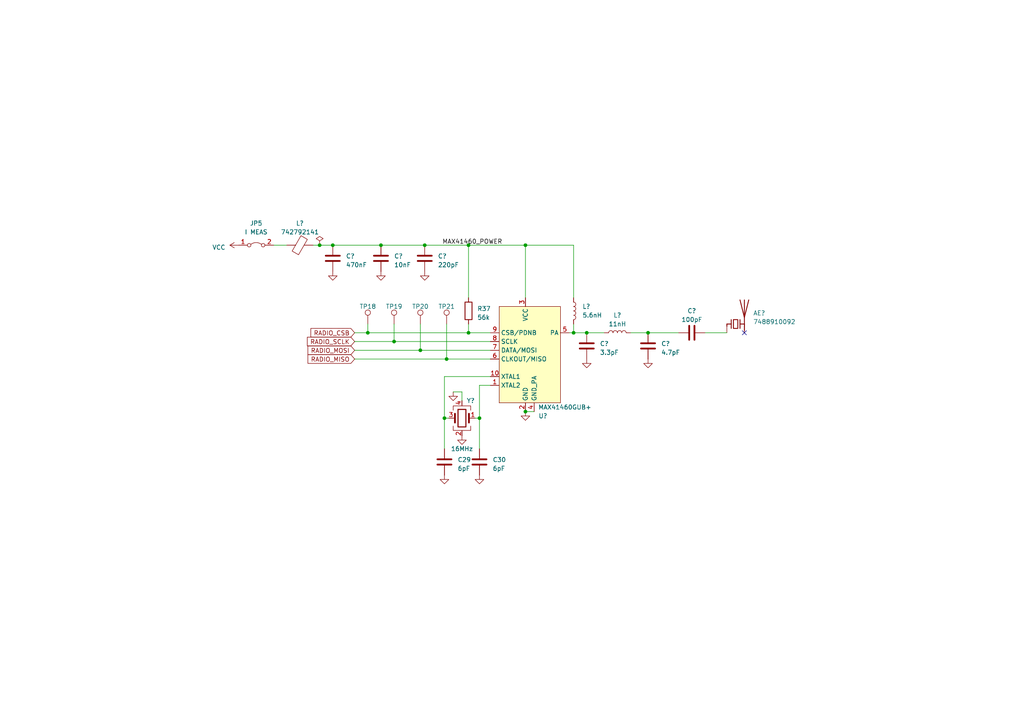
<source format=kicad_sch>
(kicad_sch (version 20230121) (generator eeschema)

  (uuid 8f0dddd8-7521-4ccf-a107-9899fc2a1e15)

  (paper "A4")

  (lib_symbols
    (symbol "Connector:TestPoint" (pin_numbers hide) (pin_names (offset 0.762) hide) (in_bom yes) (on_board yes)
      (property "Reference" "TP" (at 0 6.858 0)
        (effects (font (size 1.27 1.27)))
      )
      (property "Value" "TestPoint" (at 0 5.08 0)
        (effects (font (size 1.27 1.27)))
      )
      (property "Footprint" "" (at 5.08 0 0)
        (effects (font (size 1.27 1.27)) hide)
      )
      (property "Datasheet" "~" (at 5.08 0 0)
        (effects (font (size 1.27 1.27)) hide)
      )
      (property "ki_keywords" "test point tp" (at 0 0 0)
        (effects (font (size 1.27 1.27)) hide)
      )
      (property "ki_description" "test point" (at 0 0 0)
        (effects (font (size 1.27 1.27)) hide)
      )
      (property "ki_fp_filters" "Pin* Test*" (at 0 0 0)
        (effects (font (size 1.27 1.27)) hide)
      )
      (symbol "TestPoint_0_1"
        (circle (center 0 3.302) (radius 0.762)
          (stroke (width 0) (type default))
          (fill (type none))
        )
      )
      (symbol "TestPoint_1_1"
        (pin passive line (at 0 0 90) (length 2.54)
          (name "1" (effects (font (size 1.27 1.27))))
          (number "1" (effects (font (size 1.27 1.27))))
        )
      )
    )
    (symbol "Device:Antenna_Chip" (pin_numbers hide) (pin_names (offset 1.016) hide) (in_bom yes) (on_board yes)
      (property "Reference" "AE" (at 0 5.08 0)
        (effects (font (size 1.27 1.27)) (justify right))
      )
      (property "Value" "Antenna_Chip" (at 0 3.175 0)
        (effects (font (size 1.27 1.27)) (justify right))
      )
      (property "Footprint" "" (at -2.54 4.445 0)
        (effects (font (size 1.27 1.27)) hide)
      )
      (property "Datasheet" "~" (at -2.54 4.445 0)
        (effects (font (size 1.27 1.27)) hide)
      )
      (property "ki_keywords" "antenna" (at 0 0 0)
        (effects (font (size 1.27 1.27)) hide)
      )
      (property "ki_description" "Ceramic chip antenna with pin for PCB trace" (at 0 0 0)
        (effects (font (size 1.27 1.27)) hide)
      )
      (symbol "Antenna_Chip_0_1"
        (polyline
          (pts
            (xy -2.54 0)
            (xy -2.54 -0.635)
          )
          (stroke (width 0.254) (type default))
          (fill (type none))
        )
        (polyline
          (pts
            (xy -2.54 0)
            (xy -1.27 0)
          )
          (stroke (width 0.254) (type default))
          (fill (type none))
        )
        (polyline
          (pts
            (xy 1.27 0)
            (xy 2.54 0)
          )
          (stroke (width 0.254) (type default))
          (fill (type none))
        )
        (polyline
          (pts
            (xy 1.27 1.27)
            (xy 1.27 -1.27)
          )
          (stroke (width 0.254) (type default))
          (fill (type none))
        )
        (polyline
          (pts
            (xy 2.54 -0.635)
            (xy 2.54 0)
          )
          (stroke (width 0) (type default))
          (fill (type none))
        )
        (polyline
          (pts
            (xy 2.54 6.985)
            (xy 2.54 -1.905)
          )
          (stroke (width 0.254) (type default))
          (fill (type none))
        )
        (polyline
          (pts
            (xy -1.27 1.27)
            (xy -1.27 -1.27)
            (xy -1.27 0)
          )
          (stroke (width 0.254) (type default))
          (fill (type none))
        )
        (polyline
          (pts
            (xy 3.81 6.985)
            (xy 2.54 1.905)
            (xy 1.27 6.985)
          )
          (stroke (width 0.254) (type default))
          (fill (type none))
        )
        (polyline
          (pts
            (xy -0.635 1.27)
            (xy 0.635 1.27)
            (xy 0.635 -1.27)
            (xy -0.635 -1.27)
            (xy -0.635 1.27)
          )
          (stroke (width 0.254) (type default))
          (fill (type none))
        )
      )
      (symbol "Antenna_Chip_1_1"
        (pin input line (at -2.54 -2.54 90) (length 2.54)
          (name "FEED" (effects (font (size 1.27 1.27))))
          (number "1" (effects (font (size 1.27 1.27))))
        )
        (pin passive line (at 2.54 -2.54 90) (length 2.54)
          (name "PCB_Trace" (effects (font (size 1.27 1.27))))
          (number "2" (effects (font (size 1.27 1.27))))
        )
      )
    )
    (symbol "Device:C" (pin_numbers hide) (pin_names (offset 0.254)) (in_bom yes) (on_board yes)
      (property "Reference" "C" (at 0.635 2.54 0)
        (effects (font (size 1.27 1.27)) (justify left))
      )
      (property "Value" "C" (at 0.635 -2.54 0)
        (effects (font (size 1.27 1.27)) (justify left))
      )
      (property "Footprint" "" (at 0.9652 -3.81 0)
        (effects (font (size 1.27 1.27)) hide)
      )
      (property "Datasheet" "~" (at 0 0 0)
        (effects (font (size 1.27 1.27)) hide)
      )
      (property "ki_keywords" "cap capacitor" (at 0 0 0)
        (effects (font (size 1.27 1.27)) hide)
      )
      (property "ki_description" "Unpolarized capacitor" (at 0 0 0)
        (effects (font (size 1.27 1.27)) hide)
      )
      (property "ki_fp_filters" "C_*" (at 0 0 0)
        (effects (font (size 1.27 1.27)) hide)
      )
      (symbol "C_0_1"
        (polyline
          (pts
            (xy -2.032 -0.762)
            (xy 2.032 -0.762)
          )
          (stroke (width 0.508) (type default))
          (fill (type none))
        )
        (polyline
          (pts
            (xy -2.032 0.762)
            (xy 2.032 0.762)
          )
          (stroke (width 0.508) (type default))
          (fill (type none))
        )
      )
      (symbol "C_1_1"
        (pin passive line (at 0 3.81 270) (length 2.794)
          (name "~" (effects (font (size 1.27 1.27))))
          (number "1" (effects (font (size 1.27 1.27))))
        )
        (pin passive line (at 0 -3.81 90) (length 2.794)
          (name "~" (effects (font (size 1.27 1.27))))
          (number "2" (effects (font (size 1.27 1.27))))
        )
      )
    )
    (symbol "Device:Crystal_GND24" (pin_names (offset 1.016) hide) (in_bom yes) (on_board yes)
      (property "Reference" "Y" (at 3.175 5.08 0)
        (effects (font (size 1.27 1.27)) (justify left))
      )
      (property "Value" "Crystal_GND24" (at 3.175 3.175 0)
        (effects (font (size 1.27 1.27)) (justify left))
      )
      (property "Footprint" "" (at 0 0 0)
        (effects (font (size 1.27 1.27)) hide)
      )
      (property "Datasheet" "~" (at 0 0 0)
        (effects (font (size 1.27 1.27)) hide)
      )
      (property "ki_keywords" "quartz ceramic resonator oscillator" (at 0 0 0)
        (effects (font (size 1.27 1.27)) hide)
      )
      (property "ki_description" "Four pin crystal, GND on pins 2 and 4" (at 0 0 0)
        (effects (font (size 1.27 1.27)) hide)
      )
      (property "ki_fp_filters" "Crystal*" (at 0 0 0)
        (effects (font (size 1.27 1.27)) hide)
      )
      (symbol "Crystal_GND24_0_1"
        (rectangle (start -1.143 2.54) (end 1.143 -2.54)
          (stroke (width 0.3048) (type default))
          (fill (type none))
        )
        (polyline
          (pts
            (xy -2.54 0)
            (xy -2.032 0)
          )
          (stroke (width 0) (type default))
          (fill (type none))
        )
        (polyline
          (pts
            (xy -2.032 -1.27)
            (xy -2.032 1.27)
          )
          (stroke (width 0.508) (type default))
          (fill (type none))
        )
        (polyline
          (pts
            (xy 0 -3.81)
            (xy 0 -3.556)
          )
          (stroke (width 0) (type default))
          (fill (type none))
        )
        (polyline
          (pts
            (xy 0 3.556)
            (xy 0 3.81)
          )
          (stroke (width 0) (type default))
          (fill (type none))
        )
        (polyline
          (pts
            (xy 2.032 -1.27)
            (xy 2.032 1.27)
          )
          (stroke (width 0.508) (type default))
          (fill (type none))
        )
        (polyline
          (pts
            (xy 2.032 0)
            (xy 2.54 0)
          )
          (stroke (width 0) (type default))
          (fill (type none))
        )
        (polyline
          (pts
            (xy -2.54 -2.286)
            (xy -2.54 -3.556)
            (xy 2.54 -3.556)
            (xy 2.54 -2.286)
          )
          (stroke (width 0) (type default))
          (fill (type none))
        )
        (polyline
          (pts
            (xy -2.54 2.286)
            (xy -2.54 3.556)
            (xy 2.54 3.556)
            (xy 2.54 2.286)
          )
          (stroke (width 0) (type default))
          (fill (type none))
        )
      )
      (symbol "Crystal_GND24_1_1"
        (pin passive line (at -3.81 0 0) (length 1.27)
          (name "1" (effects (font (size 1.27 1.27))))
          (number "1" (effects (font (size 1.27 1.27))))
        )
        (pin passive line (at 0 5.08 270) (length 1.27)
          (name "2" (effects (font (size 1.27 1.27))))
          (number "2" (effects (font (size 1.27 1.27))))
        )
        (pin passive line (at 3.81 0 180) (length 1.27)
          (name "3" (effects (font (size 1.27 1.27))))
          (number "3" (effects (font (size 1.27 1.27))))
        )
        (pin passive line (at 0 -5.08 90) (length 1.27)
          (name "4" (effects (font (size 1.27 1.27))))
          (number "4" (effects (font (size 1.27 1.27))))
        )
      )
    )
    (symbol "Device:FerriteBead" (pin_numbers hide) (pin_names (offset 0)) (in_bom yes) (on_board yes)
      (property "Reference" "FB" (at -3.81 0.635 90)
        (effects (font (size 1.27 1.27)))
      )
      (property "Value" "FerriteBead" (at 3.81 0 90)
        (effects (font (size 1.27 1.27)))
      )
      (property "Footprint" "" (at -1.778 0 90)
        (effects (font (size 1.27 1.27)) hide)
      )
      (property "Datasheet" "~" (at 0 0 0)
        (effects (font (size 1.27 1.27)) hide)
      )
      (property "ki_keywords" "L ferrite bead inductor filter" (at 0 0 0)
        (effects (font (size 1.27 1.27)) hide)
      )
      (property "ki_description" "Ferrite bead" (at 0 0 0)
        (effects (font (size 1.27 1.27)) hide)
      )
      (property "ki_fp_filters" "Inductor_* L_* *Ferrite*" (at 0 0 0)
        (effects (font (size 1.27 1.27)) hide)
      )
      (symbol "FerriteBead_0_1"
        (polyline
          (pts
            (xy 0 -1.27)
            (xy 0 -1.2192)
          )
          (stroke (width 0) (type default))
          (fill (type none))
        )
        (polyline
          (pts
            (xy 0 1.27)
            (xy 0 1.2954)
          )
          (stroke (width 0) (type default))
          (fill (type none))
        )
        (polyline
          (pts
            (xy -2.7686 0.4064)
            (xy -1.7018 2.2606)
            (xy 2.7686 -0.3048)
            (xy 1.6764 -2.159)
            (xy -2.7686 0.4064)
          )
          (stroke (width 0) (type default))
          (fill (type none))
        )
      )
      (symbol "FerriteBead_1_1"
        (pin passive line (at 0 3.81 270) (length 2.54)
          (name "~" (effects (font (size 1.27 1.27))))
          (number "1" (effects (font (size 1.27 1.27))))
        )
        (pin passive line (at 0 -3.81 90) (length 2.54)
          (name "~" (effects (font (size 1.27 1.27))))
          (number "2" (effects (font (size 1.27 1.27))))
        )
      )
    )
    (symbol "Device:L" (pin_numbers hide) (pin_names (offset 1.016) hide) (in_bom yes) (on_board yes)
      (property "Reference" "L" (at -1.27 0 90)
        (effects (font (size 1.27 1.27)))
      )
      (property "Value" "L" (at 1.905 0 90)
        (effects (font (size 1.27 1.27)))
      )
      (property "Footprint" "" (at 0 0 0)
        (effects (font (size 1.27 1.27)) hide)
      )
      (property "Datasheet" "~" (at 0 0 0)
        (effects (font (size 1.27 1.27)) hide)
      )
      (property "ki_keywords" "inductor choke coil reactor magnetic" (at 0 0 0)
        (effects (font (size 1.27 1.27)) hide)
      )
      (property "ki_description" "Inductor" (at 0 0 0)
        (effects (font (size 1.27 1.27)) hide)
      )
      (property "ki_fp_filters" "Choke_* *Coil* Inductor_* L_*" (at 0 0 0)
        (effects (font (size 1.27 1.27)) hide)
      )
      (symbol "L_0_1"
        (arc (start 0 -2.54) (mid 0.6323 -1.905) (end 0 -1.27)
          (stroke (width 0) (type default))
          (fill (type none))
        )
        (arc (start 0 -1.27) (mid 0.6323 -0.635) (end 0 0)
          (stroke (width 0) (type default))
          (fill (type none))
        )
        (arc (start 0 0) (mid 0.6323 0.635) (end 0 1.27)
          (stroke (width 0) (type default))
          (fill (type none))
        )
        (arc (start 0 1.27) (mid 0.6323 1.905) (end 0 2.54)
          (stroke (width 0) (type default))
          (fill (type none))
        )
      )
      (symbol "L_1_1"
        (pin passive line (at 0 3.81 270) (length 1.27)
          (name "1" (effects (font (size 1.27 1.27))))
          (number "1" (effects (font (size 1.27 1.27))))
        )
        (pin passive line (at 0 -3.81 90) (length 1.27)
          (name "2" (effects (font (size 1.27 1.27))))
          (number "2" (effects (font (size 1.27 1.27))))
        )
      )
    )
    (symbol "Device:R" (pin_numbers hide) (pin_names (offset 0)) (in_bom yes) (on_board yes)
      (property "Reference" "R" (at 2.032 0 90)
        (effects (font (size 1.27 1.27)))
      )
      (property "Value" "R" (at 0 0 90)
        (effects (font (size 1.27 1.27)))
      )
      (property "Footprint" "" (at -1.778 0 90)
        (effects (font (size 1.27 1.27)) hide)
      )
      (property "Datasheet" "~" (at 0 0 0)
        (effects (font (size 1.27 1.27)) hide)
      )
      (property "ki_keywords" "R res resistor" (at 0 0 0)
        (effects (font (size 1.27 1.27)) hide)
      )
      (property "ki_description" "Resistor" (at 0 0 0)
        (effects (font (size 1.27 1.27)) hide)
      )
      (property "ki_fp_filters" "R_*" (at 0 0 0)
        (effects (font (size 1.27 1.27)) hide)
      )
      (symbol "R_0_1"
        (rectangle (start -1.016 -2.54) (end 1.016 2.54)
          (stroke (width 0.254) (type default))
          (fill (type none))
        )
      )
      (symbol "R_1_1"
        (pin passive line (at 0 3.81 270) (length 1.27)
          (name "~" (effects (font (size 1.27 1.27))))
          (number "1" (effects (font (size 1.27 1.27))))
        )
        (pin passive line (at 0 -3.81 90) (length 1.27)
          (name "~" (effects (font (size 1.27 1.27))))
          (number "2" (effects (font (size 1.27 1.27))))
        )
      )
    )
    (symbol "Jumper:Jumper_2_Bridged" (pin_names (offset 0) hide) (in_bom yes) (on_board yes)
      (property "Reference" "JP" (at 0 1.905 0)
        (effects (font (size 1.27 1.27)))
      )
      (property "Value" "Jumper_2_Bridged" (at 0 -2.54 0)
        (effects (font (size 1.27 1.27)))
      )
      (property "Footprint" "" (at 0 0 0)
        (effects (font (size 1.27 1.27)) hide)
      )
      (property "Datasheet" "~" (at 0 0 0)
        (effects (font (size 1.27 1.27)) hide)
      )
      (property "ki_keywords" "Jumper SPST" (at 0 0 0)
        (effects (font (size 1.27 1.27)) hide)
      )
      (property "ki_description" "Jumper, 2-pole, closed/bridged" (at 0 0 0)
        (effects (font (size 1.27 1.27)) hide)
      )
      (property "ki_fp_filters" "Jumper* TestPoint*2Pads* TestPoint*Bridge*" (at 0 0 0)
        (effects (font (size 1.27 1.27)) hide)
      )
      (symbol "Jumper_2_Bridged_0_0"
        (circle (center -2.032 0) (radius 0.508)
          (stroke (width 0) (type default))
          (fill (type none))
        )
        (circle (center 2.032 0) (radius 0.508)
          (stroke (width 0) (type default))
          (fill (type none))
        )
      )
      (symbol "Jumper_2_Bridged_0_1"
        (arc (start 1.524 0.254) (mid 0 0.762) (end -1.524 0.254)
          (stroke (width 0) (type default))
          (fill (type none))
        )
      )
      (symbol "Jumper_2_Bridged_1_1"
        (pin passive line (at -5.08 0 0) (length 2.54)
          (name "A" (effects (font (size 1.27 1.27))))
          (number "1" (effects (font (size 1.27 1.27))))
        )
        (pin passive line (at 5.08 0 180) (length 2.54)
          (name "B" (effects (font (size 1.27 1.27))))
          (number "2" (effects (font (size 1.27 1.27))))
        )
      )
    )
    (symbol "MAX41460:MAX41460" (in_bom yes) (on_board yes)
      (property "Reference" "U" (at 0 0 0)
        (effects (font (size 1.27 1.27)))
      )
      (property "Value" "MAX41460" (at 0 0 0)
        (effects (font (size 1.27 1.27)))
      )
      (property "Footprint" "" (at 0 0 0)
        (effects (font (size 1.27 1.27)) hide)
      )
      (property "Datasheet" "" (at 0 0 0)
        (effects (font (size 1.27 1.27)) hide)
      )
      (symbol "MAX41460_0_1"
        (rectangle (start -15.24 58.42) (end 2.54 30.48)
          (stroke (width 0) (type default))
          (fill (type background))
        )
      )
      (symbol "MAX41460_1_0"
        (pin bidirectional line (at -17.78 35.56 0) (length 2.54)
          (name "XTAL2" (effects (font (size 1.27 1.27))))
          (number "1" (effects (font (size 1.27 1.27))))
        )
        (pin bidirectional line (at -17.78 38.1 0) (length 2.54)
          (name "XTAL1" (effects (font (size 1.27 1.27))))
          (number "10" (effects (font (size 1.27 1.27))))
        )
        (pin power_in line (at -7.62 27.94 90) (length 2.54)
          (name "GND" (effects (font (size 1.27 1.27))))
          (number "2" (effects (font (size 1.27 1.27))))
        )
        (pin power_in line (at -7.62 60.96 270) (length 2.54)
          (name "VCC" (effects (font (size 1.27 1.27))))
          (number "3" (effects (font (size 1.27 1.27))))
        )
        (pin power_in line (at -5.08 27.94 90) (length 2.54)
          (name "GND_PA" (effects (font (size 1.27 1.27))))
          (number "4" (effects (font (size 1.27 1.27))))
        )
        (pin bidirectional line (at 5.08 50.8 180) (length 2.54)
          (name "PA" (effects (font (size 1.27 1.27))))
          (number "5" (effects (font (size 1.27 1.27))))
        )
        (pin bidirectional line (at -17.78 43.18 0) (length 2.54)
          (name "CLKOUT/MISO" (effects (font (size 1.27 1.27))))
          (number "6" (effects (font (size 1.27 1.27))))
        )
        (pin bidirectional line (at -17.78 45.72 0) (length 2.54)
          (name "DATA/MOSI" (effects (font (size 1.27 1.27))))
          (number "7" (effects (font (size 1.27 1.27))))
        )
        (pin bidirectional line (at -17.78 48.26 0) (length 2.54)
          (name "SCLK" (effects (font (size 1.27 1.27))))
          (number "8" (effects (font (size 1.27 1.27))))
        )
        (pin bidirectional line (at -17.78 50.8 0) (length 2.54)
          (name "CSB/PDNB" (effects (font (size 1.27 1.27))))
          (number "9" (effects (font (size 1.27 1.27))))
        )
      )
    )
    (symbol "power:GND" (power) (pin_names (offset 0)) (in_bom yes) (on_board yes)
      (property "Reference" "#PWR" (at 0 -6.35 0)
        (effects (font (size 1.27 1.27)) hide)
      )
      (property "Value" "GND" (at 0 -3.81 0)
        (effects (font (size 1.27 1.27)))
      )
      (property "Footprint" "" (at 0 0 0)
        (effects (font (size 1.27 1.27)) hide)
      )
      (property "Datasheet" "" (at 0 0 0)
        (effects (font (size 1.27 1.27)) hide)
      )
      (property "ki_keywords" "global power" (at 0 0 0)
        (effects (font (size 1.27 1.27)) hide)
      )
      (property "ki_description" "Power symbol creates a global label with name \"GND\" , ground" (at 0 0 0)
        (effects (font (size 1.27 1.27)) hide)
      )
      (symbol "GND_0_1"
        (polyline
          (pts
            (xy 0 0)
            (xy 0 -1.27)
            (xy 1.27 -1.27)
            (xy 0 -2.54)
            (xy -1.27 -1.27)
            (xy 0 -1.27)
          )
          (stroke (width 0) (type default))
          (fill (type none))
        )
      )
      (symbol "GND_1_1"
        (pin power_in line (at 0 0 270) (length 0) hide
          (name "GND" (effects (font (size 1.27 1.27))))
          (number "1" (effects (font (size 1.27 1.27))))
        )
      )
    )
    (symbol "power:PWR_FLAG" (power) (pin_numbers hide) (pin_names (offset 0) hide) (in_bom yes) (on_board yes)
      (property "Reference" "#FLG" (at 0 1.905 0)
        (effects (font (size 1.27 1.27)) hide)
      )
      (property "Value" "PWR_FLAG" (at 0 3.81 0)
        (effects (font (size 1.27 1.27)))
      )
      (property "Footprint" "" (at 0 0 0)
        (effects (font (size 1.27 1.27)) hide)
      )
      (property "Datasheet" "~" (at 0 0 0)
        (effects (font (size 1.27 1.27)) hide)
      )
      (property "ki_keywords" "flag power" (at 0 0 0)
        (effects (font (size 1.27 1.27)) hide)
      )
      (property "ki_description" "Special symbol for telling ERC where power comes from" (at 0 0 0)
        (effects (font (size 1.27 1.27)) hide)
      )
      (symbol "PWR_FLAG_0_0"
        (pin power_out line (at 0 0 90) (length 0)
          (name "pwr" (effects (font (size 1.27 1.27))))
          (number "1" (effects (font (size 1.27 1.27))))
        )
      )
      (symbol "PWR_FLAG_0_1"
        (polyline
          (pts
            (xy 0 0)
            (xy 0 1.27)
            (xy -1.016 1.905)
            (xy 0 2.54)
            (xy 1.016 1.905)
            (xy 0 1.27)
          )
          (stroke (width 0) (type default))
          (fill (type none))
        )
      )
    )
    (symbol "power:VCC" (power) (pin_names (offset 0)) (in_bom yes) (on_board yes)
      (property "Reference" "#PWR" (at 0 -3.81 0)
        (effects (font (size 1.27 1.27)) hide)
      )
      (property "Value" "VCC" (at 0 3.81 0)
        (effects (font (size 1.27 1.27)))
      )
      (property "Footprint" "" (at 0 0 0)
        (effects (font (size 1.27 1.27)) hide)
      )
      (property "Datasheet" "" (at 0 0 0)
        (effects (font (size 1.27 1.27)) hide)
      )
      (property "ki_keywords" "global power" (at 0 0 0)
        (effects (font (size 1.27 1.27)) hide)
      )
      (property "ki_description" "Power symbol creates a global label with name \"VCC\"" (at 0 0 0)
        (effects (font (size 1.27 1.27)) hide)
      )
      (symbol "VCC_0_1"
        (polyline
          (pts
            (xy -0.762 1.27)
            (xy 0 2.54)
          )
          (stroke (width 0) (type default))
          (fill (type none))
        )
        (polyline
          (pts
            (xy 0 0)
            (xy 0 2.54)
          )
          (stroke (width 0) (type default))
          (fill (type none))
        )
        (polyline
          (pts
            (xy 0 2.54)
            (xy 0.762 1.27)
          )
          (stroke (width 0) (type default))
          (fill (type none))
        )
      )
      (symbol "VCC_1_1"
        (pin power_in line (at 0 0 90) (length 0) hide
          (name "VCC" (effects (font (size 1.27 1.27))))
          (number "1" (effects (font (size 1.27 1.27))))
        )
      )
    )
  )

  (junction (at 129.54 104.14) (diameter 0) (color 0 0 0 0)
    (uuid 0d5a768b-7ff8-483b-bb2f-dec4b079c0d8)
  )
  (junction (at 170.18 96.52) (diameter 0) (color 0 0 0 0)
    (uuid 19da30d7-418a-4c4f-b7d3-18fd71427927)
  )
  (junction (at 128.905 121.285) (diameter 0) (color 0 0 0 0)
    (uuid 1c927ec4-da95-4909-9704-104bafadfbfd)
  )
  (junction (at 121.92 101.6) (diameter 0) (color 0 0 0 0)
    (uuid 26b568e2-d09c-4d8c-99b8-07390dfcd1aa)
  )
  (junction (at 123.19 71.12) (diameter 0) (color 0 0 0 0)
    (uuid 2fb1967d-c455-405d-8ea6-806d82770a1d)
  )
  (junction (at 187.96 96.52) (diameter 0) (color 0 0 0 0)
    (uuid 493bf1fc-bd72-4d92-bed3-23e4b23372b4)
  )
  (junction (at 110.49 71.12) (diameter 0) (color 0 0 0 0)
    (uuid 52fcfc91-03e9-4b44-87e2-55a56936ad1a)
  )
  (junction (at 139.065 121.285) (diameter 0) (color 0 0 0 0)
    (uuid 5310fc68-8a2c-49c1-80ea-316b9e938805)
  )
  (junction (at 96.52 71.12) (diameter 0) (color 0 0 0 0)
    (uuid 550b79e9-7ed7-42bb-8b3a-1643f729518c)
  )
  (junction (at 92.71 71.12) (diameter 0) (color 0 0 0 0)
    (uuid 5619da39-f7a8-4bbf-823c-d4a69026ec19)
  )
  (junction (at 135.89 96.52) (diameter 0) (color 0 0 0 0)
    (uuid 5e2e713b-cff0-41d1-bfbf-5e1afed6c5ca)
  )
  (junction (at 166.37 96.52) (diameter 0) (color 0 0 0 0)
    (uuid 6b64de86-fa86-453b-b828-a3f839b2620e)
  )
  (junction (at 152.4 119.38) (diameter 0) (color 0 0 0 0)
    (uuid 816f976e-7682-4b1b-8b4f-e3003334c920)
  )
  (junction (at 114.3 99.06) (diameter 0) (color 0 0 0 0)
    (uuid 9dd3e765-193c-4b07-ad0d-502075a8d138)
  )
  (junction (at 106.68 96.52) (diameter 0) (color 0 0 0 0)
    (uuid c52fb0a4-21ca-403f-9ae9-0ae3d30397ce)
  )
  (junction (at 152.4 71.12) (diameter 0) (color 0 0 0 0)
    (uuid cecddd19-12af-4b44-8a68-d1d3d931190b)
  )
  (junction (at 135.89 71.12) (diameter 0) (color 0 0 0 0)
    (uuid d61faa1d-b054-491b-82dc-b94b917ac42a)
  )

  (no_connect (at 215.9 96.52) (uuid ec969a8c-6bde-478f-abbc-871febf83448))

  (wire (pts (xy 106.68 93.98) (xy 106.68 96.52))
    (stroke (width 0) (type default))
    (uuid 01d70364-0fc6-4f58-a53d-23f25f0be86e)
  )
  (wire (pts (xy 106.68 96.52) (xy 135.89 96.52))
    (stroke (width 0) (type default))
    (uuid 06192ca9-eb1c-4c5a-9d02-32b109cbe47f)
  )
  (wire (pts (xy 182.88 96.52) (xy 187.96 96.52))
    (stroke (width 0) (type default))
    (uuid 0b37c193-7148-453f-a127-dc434d99c1c3)
  )
  (wire (pts (xy 102.87 99.06) (xy 114.3 99.06))
    (stroke (width 0) (type default))
    (uuid 1146917d-ec1e-4814-9a4d-2b44a2386e49)
  )
  (wire (pts (xy 92.71 71.12) (xy 96.52 71.12))
    (stroke (width 0) (type default))
    (uuid 1ea86968-558a-4c57-b283-173aa293216e)
  )
  (wire (pts (xy 142.24 111.76) (xy 139.065 111.76))
    (stroke (width 0) (type default))
    (uuid 1f138c84-d151-4da9-b368-34421ecb50b4)
  )
  (wire (pts (xy 137.795 121.285) (xy 139.065 121.285))
    (stroke (width 0) (type default))
    (uuid 26d0c1fb-2023-4fa4-9f4f-92e758534b9a)
  )
  (wire (pts (xy 170.18 96.52) (xy 175.26 96.52))
    (stroke (width 0) (type default))
    (uuid 2abcc0d5-9c38-4fdc-8140-adc264ec4fcd)
  )
  (wire (pts (xy 166.37 71.12) (xy 166.37 86.36))
    (stroke (width 0) (type default))
    (uuid 2c636248-0bbf-40de-9936-f2408f6d3d07)
  )
  (wire (pts (xy 139.065 121.285) (xy 139.065 130.175))
    (stroke (width 0) (type default))
    (uuid 2f40e626-c8e4-4f08-936b-9327744ed154)
  )
  (wire (pts (xy 165.1 96.52) (xy 166.37 96.52))
    (stroke (width 0) (type default))
    (uuid 33dc8206-76c2-4512-bd10-17725a76e282)
  )
  (wire (pts (xy 102.87 104.14) (xy 129.54 104.14))
    (stroke (width 0) (type default))
    (uuid 38bf82d5-a3b3-449e-87a2-230fd5aa3e48)
  )
  (wire (pts (xy 102.87 96.52) (xy 106.68 96.52))
    (stroke (width 0) (type default))
    (uuid 39320f2f-5ac5-4418-b3fe-51b26e991157)
  )
  (wire (pts (xy 204.47 96.52) (xy 210.82 96.52))
    (stroke (width 0) (type default))
    (uuid 39c5459b-0bf7-4769-91cb-7ad3de5237aa)
  )
  (wire (pts (xy 114.3 93.98) (xy 114.3 99.06))
    (stroke (width 0) (type default))
    (uuid 3f05f243-6291-41e6-b54d-07691b69b6bb)
  )
  (wire (pts (xy 128.905 121.285) (xy 130.175 121.285))
    (stroke (width 0) (type default))
    (uuid 43f1adef-a658-4651-8021-8b97ccb6a20a)
  )
  (wire (pts (xy 142.24 109.22) (xy 128.905 109.22))
    (stroke (width 0) (type default))
    (uuid 48295adc-c363-42c7-a48e-befafe00daa2)
  )
  (wire (pts (xy 121.92 101.6) (xy 142.24 101.6))
    (stroke (width 0) (type default))
    (uuid 4851a4b3-d1f4-4192-b98c-bdb87b037c98)
  )
  (wire (pts (xy 135.89 71.12) (xy 135.89 86.36))
    (stroke (width 0) (type default))
    (uuid 4afb8ae8-a62d-4ffb-a500-bba574dd22b3)
  )
  (wire (pts (xy 135.89 93.98) (xy 135.89 96.52))
    (stroke (width 0) (type default))
    (uuid 4bb2025a-df07-4a17-9359-5ce0feeef117)
  )
  (wire (pts (xy 135.89 71.12) (xy 152.4 71.12))
    (stroke (width 0) (type default))
    (uuid 57f77f49-75df-42cf-a043-60b53a9bde80)
  )
  (wire (pts (xy 90.805 71.12) (xy 92.71 71.12))
    (stroke (width 0) (type default))
    (uuid 5d67f48c-37cd-4b09-8f4b-f5659a939c01)
  )
  (wire (pts (xy 121.92 93.98) (xy 121.92 101.6))
    (stroke (width 0) (type default))
    (uuid 60da6f3a-e17c-49f0-a71f-97161f365625)
  )
  (wire (pts (xy 152.4 71.12) (xy 166.37 71.12))
    (stroke (width 0) (type default))
    (uuid 6220dfc4-033b-44a2-b905-534db59694d6)
  )
  (wire (pts (xy 131.445 113.665) (xy 133.985 113.665))
    (stroke (width 0) (type default))
    (uuid 6c4d2c31-3cef-45dc-8534-ccc9c3417db7)
  )
  (wire (pts (xy 114.3 99.06) (xy 142.24 99.06))
    (stroke (width 0) (type default))
    (uuid 729e9689-2360-414d-9b67-fa55b498b875)
  )
  (wire (pts (xy 135.89 96.52) (xy 142.24 96.52))
    (stroke (width 0) (type default))
    (uuid 77bd54bb-981e-4bb2-95c9-36a58db5f6e9)
  )
  (wire (pts (xy 128.905 109.22) (xy 128.905 121.285))
    (stroke (width 0) (type default))
    (uuid 786ffbae-808a-4a0f-8cce-21c542d3782d)
  )
  (wire (pts (xy 123.19 71.12) (xy 135.89 71.12))
    (stroke (width 0) (type default))
    (uuid 7d326866-72a1-4ce7-84ac-5b7bd43b26b9)
  )
  (wire (pts (xy 79.375 71.12) (xy 83.185 71.12))
    (stroke (width 0) (type default))
    (uuid 82ca4282-5918-41f1-bee6-9b5e75774931)
  )
  (wire (pts (xy 187.96 96.52) (xy 196.85 96.52))
    (stroke (width 0) (type default))
    (uuid 89e4fd8b-b877-4f9e-80f3-a88a73a6b0c7)
  )
  (wire (pts (xy 128.905 121.285) (xy 128.905 130.175))
    (stroke (width 0) (type default))
    (uuid 9263e6ba-4211-4592-95b7-72534c212f73)
  )
  (wire (pts (xy 110.49 71.12) (xy 123.19 71.12))
    (stroke (width 0) (type default))
    (uuid 9fe0683f-f3c8-4e0b-adec-f3d68d4e598d)
  )
  (wire (pts (xy 129.54 93.98) (xy 129.54 104.14))
    (stroke (width 0) (type default))
    (uuid a3e9373b-bcb3-43b1-ab47-10552c49942f)
  )
  (wire (pts (xy 166.37 96.52) (xy 166.37 93.98))
    (stroke (width 0) (type default))
    (uuid b7dbffcb-9dc8-4575-9688-1366f00d766a)
  )
  (wire (pts (xy 133.985 113.665) (xy 133.985 116.205))
    (stroke (width 0) (type default))
    (uuid c37387b9-a7f8-4050-a86f-f77a89b54fe6)
  )
  (wire (pts (xy 129.54 104.14) (xy 142.24 104.14))
    (stroke (width 0) (type default))
    (uuid c655756a-0bc8-4432-8d70-e6ea137eb36d)
  )
  (wire (pts (xy 96.52 71.12) (xy 110.49 71.12))
    (stroke (width 0) (type default))
    (uuid ccc44613-0c5d-45f4-a1eb-68c0d01f6db5)
  )
  (wire (pts (xy 102.87 101.6) (xy 121.92 101.6))
    (stroke (width 0) (type default))
    (uuid d3c883e9-9d0c-4309-83bd-05b096d775f4)
  )
  (wire (pts (xy 139.065 111.76) (xy 139.065 121.285))
    (stroke (width 0) (type default))
    (uuid ed9ab0de-e8e6-4146-86fb-4c2db31ce747)
  )
  (wire (pts (xy 166.37 96.52) (xy 170.18 96.52))
    (stroke (width 0) (type default))
    (uuid f96ed91d-241a-4c97-9f1d-08286b2b4f35)
  )
  (wire (pts (xy 152.4 71.12) (xy 152.4 86.36))
    (stroke (width 0) (type default))
    (uuid fc293e24-1433-4d88-bcfd-440579ee4bea)
  )
  (wire (pts (xy 152.4 119.38) (xy 154.94 119.38))
    (stroke (width 0) (type default))
    (uuid fc90933f-1868-4c8e-8ec8-2837abad8634)
  )

  (label "MAX41460_POWER" (at 128.27 71.12 0) (fields_autoplaced)
    (effects (font (size 1.27 1.27)) (justify left bottom))
    (uuid a62678b4-bc5f-4053-a4fb-0bebc01fc797)
  )

  (global_label "RADIO_CSB" (shape input) (at 102.87 96.52 180) (fields_autoplaced)
    (effects (font (size 1.27 1.27)) (justify right))
    (uuid 4eda068e-766d-43be-abf1-ee2c3d9e1e12)
    (property "Intersheetrefs" "${INTERSHEET_REFS}" (at 89.6832 96.52 0)
      (effects (font (size 1.27 1.27)) (justify right) hide)
    )
  )
  (global_label "RADIO_MISO" (shape input) (at 102.87 104.14 180) (fields_autoplaced)
    (effects (font (size 1.27 1.27)) (justify right))
    (uuid 7eb5cdaa-c087-4f28-87ba-3764472a9868)
    (property "Intersheetrefs" "${INTERSHEET_REFS}" (at 88.8365 104.14 0)
      (effects (font (size 1.27 1.27)) (justify right) hide)
    )
  )
  (global_label "RADIO_MOSI" (shape input) (at 102.87 101.6 180) (fields_autoplaced)
    (effects (font (size 1.27 1.27)) (justify right))
    (uuid b3a3d642-a736-4466-ba17-a8f797815d5c)
    (property "Intersheetrefs" "${INTERSHEET_REFS}" (at 88.8365 101.6 0)
      (effects (font (size 1.27 1.27)) (justify right) hide)
    )
  )
  (global_label "RADIO_SCLK" (shape input) (at 102.87 99.06 180) (fields_autoplaced)
    (effects (font (size 1.27 1.27)) (justify right))
    (uuid e0b2d356-bbdd-43a0-8b54-05e99fa36626)
    (property "Intersheetrefs" "${INTERSHEET_REFS}" (at 88.6551 99.06 0)
      (effects (font (size 1.27 1.27)) (justify right) hide)
    )
  )

  (symbol (lib_id "power:GND") (at 131.445 113.665 0) (unit 1)
    (in_bom yes) (on_board yes) (dnp no) (fields_autoplaced)
    (uuid 000f50cb-abc5-48fe-8d70-68aa553606b8)
    (property "Reference" "#PWR?" (at 131.445 120.015 0)
      (effects (font (size 1.27 1.27)) hide)
    )
    (property "Value" "GND" (at 131.445 118.745 0)
      (effects (font (size 1.27 1.27)) hide)
    )
    (property "Footprint" "" (at 131.445 113.665 0)
      (effects (font (size 1.27 1.27)) hide)
    )
    (property "Datasheet" "" (at 131.445 113.665 0)
      (effects (font (size 1.27 1.27)) hide)
    )
    (pin "1" (uuid 04408c0a-9fc8-41c5-a9e7-bda4efe7e32c))
    (instances
      (project "SolarTemperatureSensor"
        (path "/0eb44c0c-d1a8-4a0f-ba1d-588ef5b52663"
          (reference "#PWR?") (unit 1)
        )
        (path "/0eb44c0c-d1a8-4a0f-ba1d-588ef5b52663/27fa3fbb-cfd4-4850-b00c-10cc3541de2d"
          (reference "#PWR0140") (unit 1)
        )
      )
    )
  )

  (symbol (lib_id "power:PWR_FLAG") (at 92.71 71.12 0) (unit 1)
    (in_bom yes) (on_board yes) (dnp no) (fields_autoplaced)
    (uuid 0a9264d4-2649-48dc-b4f8-6f94cb320019)
    (property "Reference" "#FLG01" (at 92.71 69.215 0)
      (effects (font (size 1.27 1.27)) hide)
    )
    (property "Value" "PWR_FLAG" (at 92.71 67.31 0)
      (effects (font (size 1.27 1.27)) hide)
    )
    (property "Footprint" "" (at 92.71 71.12 0)
      (effects (font (size 1.27 1.27)) hide)
    )
    (property "Datasheet" "~" (at 92.71 71.12 0)
      (effects (font (size 1.27 1.27)) hide)
    )
    (pin "1" (uuid 1e527775-19e9-4191-83fd-66b9af6b4e54))
    (instances
      (project "SolarTemperatureSensor"
        (path "/0eb44c0c-d1a8-4a0f-ba1d-588ef5b52663/27fa3fbb-cfd4-4850-b00c-10cc3541de2d"
          (reference "#FLG01") (unit 1)
        )
      )
    )
  )

  (symbol (lib_id "Device:FerriteBead") (at 86.995 71.12 90) (unit 1)
    (in_bom yes) (on_board yes) (dnp no)
    (uuid 10069392-53da-4f34-a093-dd325bbab502)
    (property "Reference" "L?" (at 86.995 64.77 90)
      (effects (font (size 1.27 1.27)))
    )
    (property "Value" "742792141" (at 86.995 67.31 90)
      (effects (font (size 1.27 1.27)))
    )
    (property "Footprint" "Inductor_SMD:L_1206_3216Metric" (at 86.995 72.898 90)
      (effects (font (size 1.27 1.27)) hide)
    )
    (property "Datasheet" "~" (at 86.995 71.12 0)
      (effects (font (size 1.27 1.27)) hide)
    )
    (pin "1" (uuid f56087c7-8c7b-45c3-8ef4-fb33900ebea6))
    (pin "2" (uuid 25877877-fd04-4d54-831b-931fbe8014f8))
    (instances
      (project "SolarTemperatureSensor"
        (path "/0eb44c0c-d1a8-4a0f-ba1d-588ef5b52663"
          (reference "L?") (unit 1)
        )
        (path "/0eb44c0c-d1a8-4a0f-ba1d-588ef5b52663/27fa3fbb-cfd4-4850-b00c-10cc3541de2d"
          (reference "L5") (unit 1)
        )
      )
    )
  )

  (symbol (lib_id "Connector:TestPoint") (at 121.92 93.98 0) (unit 1)
    (in_bom yes) (on_board yes) (dnp no)
    (uuid 126737b2-8616-4e67-ab6c-eff85b1e626c)
    (property "Reference" "TP20" (at 121.92 88.9 0)
      (effects (font (size 1.27 1.27)))
    )
    (property "Value" "TestPoint" (at 124.46 92.583 0)
      (effects (font (size 1.27 1.27)) (justify left) hide)
    )
    (property "Footprint" "TestPoint:TestPoint_Pad_D1.0mm" (at 127 93.98 0)
      (effects (font (size 1.27 1.27)) hide)
    )
    (property "Datasheet" "~" (at 127 93.98 0)
      (effects (font (size 1.27 1.27)) hide)
    )
    (pin "1" (uuid f7d0052e-1054-4ab8-b032-b68db398f2b0))
    (instances
      (project "SolarTemperatureSensor"
        (path "/0eb44c0c-d1a8-4a0f-ba1d-588ef5b52663/27fa3fbb-cfd4-4850-b00c-10cc3541de2d"
          (reference "TP20") (unit 1)
        )
      )
    )
  )

  (symbol (lib_id "power:GND") (at 187.96 104.14 0) (unit 1)
    (in_bom yes) (on_board yes) (dnp no) (fields_autoplaced)
    (uuid 1373ae20-fe27-49d5-906b-9fe775339176)
    (property "Reference" "#PWR?" (at 187.96 110.49 0)
      (effects (font (size 1.27 1.27)) hide)
    )
    (property "Value" "GND" (at 187.96 109.22 0)
      (effects (font (size 1.27 1.27)) hide)
    )
    (property "Footprint" "" (at 187.96 104.14 0)
      (effects (font (size 1.27 1.27)) hide)
    )
    (property "Datasheet" "" (at 187.96 104.14 0)
      (effects (font (size 1.27 1.27)) hide)
    )
    (pin "1" (uuid fc211c7e-2eb7-413b-8408-e434a9dd35ee))
    (instances
      (project "SolarTemperatureSensor"
        (path "/0eb44c0c-d1a8-4a0f-ba1d-588ef5b52663"
          (reference "#PWR?") (unit 1)
        )
        (path "/0eb44c0c-d1a8-4a0f-ba1d-588ef5b52663/27fa3fbb-cfd4-4850-b00c-10cc3541de2d"
          (reference "#PWR0137") (unit 1)
        )
      )
    )
  )

  (symbol (lib_id "Device:C") (at 128.905 133.985 0) (unit 1)
    (in_bom yes) (on_board yes) (dnp no) (fields_autoplaced)
    (uuid 19cbeb83-8118-4354-81c8-9baf1278a187)
    (property "Reference" "C29" (at 132.715 133.35 0)
      (effects (font (size 1.27 1.27)) (justify left))
    )
    (property "Value" "6pF" (at 132.715 135.89 0)
      (effects (font (size 1.27 1.27)) (justify left))
    )
    (property "Footprint" "Capacitor_SMD:C_0805_2012Metric" (at 129.8702 137.795 0)
      (effects (font (size 1.27 1.27)) hide)
    )
    (property "Datasheet" "~" (at 128.905 133.985 0)
      (effects (font (size 1.27 1.27)) hide)
    )
    (pin "1" (uuid 90cf48ed-c1b1-42ad-9116-4d61def25f9d))
    (pin "2" (uuid ceda43ca-286c-4742-9dd4-0f60341e39af))
    (instances
      (project "SolarTemperatureSensor"
        (path "/0eb44c0c-d1a8-4a0f-ba1d-588ef5b52663/27fa3fbb-cfd4-4850-b00c-10cc3541de2d"
          (reference "C29") (unit 1)
        )
      )
    )
  )

  (symbol (lib_id "power:GND") (at 110.49 78.74 0) (unit 1)
    (in_bom yes) (on_board yes) (dnp no) (fields_autoplaced)
    (uuid 1f8ea6c7-90b1-427b-a4bd-f1186129a05d)
    (property "Reference" "#PWR?" (at 110.49 85.09 0)
      (effects (font (size 1.27 1.27)) hide)
    )
    (property "Value" "GND" (at 110.49 83.82 0)
      (effects (font (size 1.27 1.27)) hide)
    )
    (property "Footprint" "" (at 110.49 78.74 0)
      (effects (font (size 1.27 1.27)) hide)
    )
    (property "Datasheet" "" (at 110.49 78.74 0)
      (effects (font (size 1.27 1.27)) hide)
    )
    (pin "1" (uuid 0f515682-af4a-4a70-844d-67edcb6d8f67))
    (instances
      (project "SolarTemperatureSensor"
        (path "/0eb44c0c-d1a8-4a0f-ba1d-588ef5b52663"
          (reference "#PWR?") (unit 1)
        )
        (path "/0eb44c0c-d1a8-4a0f-ba1d-588ef5b52663/27fa3fbb-cfd4-4850-b00c-10cc3541de2d"
          (reference "#PWR0138") (unit 1)
        )
      )
    )
  )

  (symbol (lib_id "Connector:TestPoint") (at 129.54 93.98 0) (unit 1)
    (in_bom yes) (on_board yes) (dnp no)
    (uuid 21bb32b4-6f27-4568-8208-b25ee7d9058e)
    (property "Reference" "TP21" (at 129.54 88.9 0)
      (effects (font (size 1.27 1.27)))
    )
    (property "Value" "TestPoint" (at 132.08 92.583 0)
      (effects (font (size 1.27 1.27)) (justify left) hide)
    )
    (property "Footprint" "TestPoint:TestPoint_Pad_D1.0mm" (at 134.62 93.98 0)
      (effects (font (size 1.27 1.27)) hide)
    )
    (property "Datasheet" "~" (at 134.62 93.98 0)
      (effects (font (size 1.27 1.27)) hide)
    )
    (pin "1" (uuid 549d45e4-6370-4412-a930-66a26d95fd41))
    (instances
      (project "SolarTemperatureSensor"
        (path "/0eb44c0c-d1a8-4a0f-ba1d-588ef5b52663/27fa3fbb-cfd4-4850-b00c-10cc3541de2d"
          (reference "TP21") (unit 1)
        )
      )
    )
  )

  (symbol (lib_id "power:VCC") (at 69.215 71.12 90) (unit 1)
    (in_bom yes) (on_board yes) (dnp no) (fields_autoplaced)
    (uuid 259833a6-9d78-4d5e-9640-cb77d9cceec1)
    (property "Reference" "#PWR0143" (at 73.025 71.12 0)
      (effects (font (size 1.27 1.27)) hide)
    )
    (property "Value" "VCC" (at 65.405 71.755 90)
      (effects (font (size 1.27 1.27)) (justify left))
    )
    (property "Footprint" "" (at 69.215 71.12 0)
      (effects (font (size 1.27 1.27)) hide)
    )
    (property "Datasheet" "" (at 69.215 71.12 0)
      (effects (font (size 1.27 1.27)) hide)
    )
    (pin "1" (uuid 6beba770-7e77-457f-8d69-1a494f1ad7e0))
    (instances
      (project "SolarTemperatureSensor"
        (path "/0eb44c0c-d1a8-4a0f-ba1d-588ef5b52663/27fa3fbb-cfd4-4850-b00c-10cc3541de2d"
          (reference "#PWR0143") (unit 1)
        )
      )
    )
  )

  (symbol (lib_id "power:GND") (at 96.52 78.74 0) (unit 1)
    (in_bom yes) (on_board yes) (dnp no) (fields_autoplaced)
    (uuid 2aa5ffd9-8cae-430e-bba2-78d4d7beddb8)
    (property "Reference" "#PWR?" (at 96.52 85.09 0)
      (effects (font (size 1.27 1.27)) hide)
    )
    (property "Value" "GND" (at 96.52 83.82 0)
      (effects (font (size 1.27 1.27)) hide)
    )
    (property "Footprint" "" (at 96.52 78.74 0)
      (effects (font (size 1.27 1.27)) hide)
    )
    (property "Datasheet" "" (at 96.52 78.74 0)
      (effects (font (size 1.27 1.27)) hide)
    )
    (pin "1" (uuid 35b10a9a-728b-4964-8c7f-65f06aa4b99f))
    (instances
      (project "SolarTemperatureSensor"
        (path "/0eb44c0c-d1a8-4a0f-ba1d-588ef5b52663"
          (reference "#PWR?") (unit 1)
        )
        (path "/0eb44c0c-d1a8-4a0f-ba1d-588ef5b52663/27fa3fbb-cfd4-4850-b00c-10cc3541de2d"
          (reference "#PWR0142") (unit 1)
        )
      )
    )
  )

  (symbol (lib_id "Device:R") (at 135.89 90.17 0) (unit 1)
    (in_bom yes) (on_board yes) (dnp no) (fields_autoplaced)
    (uuid 38da2ce6-496d-4ac6-a006-4ad1f2adc372)
    (property "Reference" "R37" (at 138.43 89.535 0)
      (effects (font (size 1.27 1.27)) (justify left))
    )
    (property "Value" "56k" (at 138.43 92.075 0)
      (effects (font (size 1.27 1.27)) (justify left))
    )
    (property "Footprint" "Resistor_SMD:R_0603_1608Metric_Pad0.98x0.95mm_HandSolder" (at 134.112 90.17 90)
      (effects (font (size 1.27 1.27)) hide)
    )
    (property "Datasheet" "~" (at 135.89 90.17 0)
      (effects (font (size 1.27 1.27)) hide)
    )
    (pin "1" (uuid 246aecc7-262a-4e28-9d40-9682761e2ce3))
    (pin "2" (uuid 1966b456-527a-4d99-84f6-6c23df73d0c4))
    (instances
      (project "SolarTemperatureSensor"
        (path "/0eb44c0c-d1a8-4a0f-ba1d-588ef5b52663/27fa3fbb-cfd4-4850-b00c-10cc3541de2d"
          (reference "R37") (unit 1)
        )
      )
    )
  )

  (symbol (lib_id "Device:C") (at 96.52 74.93 0) (unit 1)
    (in_bom yes) (on_board yes) (dnp no) (fields_autoplaced)
    (uuid 3f88bdd1-526f-4258-bb0a-758995fd3650)
    (property "Reference" "C?" (at 100.33 74.295 0)
      (effects (font (size 1.27 1.27)) (justify left))
    )
    (property "Value" "470nF" (at 100.33 76.835 0)
      (effects (font (size 1.27 1.27)) (justify left))
    )
    (property "Footprint" "Capacitor_SMD:C_0603_1608Metric_Pad1.08x0.95mm_HandSolder" (at 97.4852 78.74 0)
      (effects (font (size 1.27 1.27)) hide)
    )
    (property "Datasheet" "~" (at 96.52 74.93 0)
      (effects (font (size 1.27 1.27)) hide)
    )
    (pin "1" (uuid fefe0773-8a53-4210-8e53-e3267c46a803))
    (pin "2" (uuid 8f481c28-817c-4510-8922-7ef32d11a587))
    (instances
      (project "SolarTemperatureSensor"
        (path "/0eb44c0c-d1a8-4a0f-ba1d-588ef5b52663"
          (reference "C?") (unit 1)
        )
        (path "/0eb44c0c-d1a8-4a0f-ba1d-588ef5b52663/27fa3fbb-cfd4-4850-b00c-10cc3541de2d"
          (reference "C22") (unit 1)
        )
      )
    )
  )

  (symbol (lib_id "power:GND") (at 133.985 126.365 0) (unit 1)
    (in_bom yes) (on_board yes) (dnp no) (fields_autoplaced)
    (uuid 5e1ddcbb-33bd-4cfc-886d-e832800e9cec)
    (property "Reference" "#PWR?" (at 133.985 132.715 0)
      (effects (font (size 1.27 1.27)) hide)
    )
    (property "Value" "GND" (at 133.985 131.445 0)
      (effects (font (size 1.27 1.27)) hide)
    )
    (property "Footprint" "" (at 133.985 126.365 0)
      (effects (font (size 1.27 1.27)) hide)
    )
    (property "Datasheet" "" (at 133.985 126.365 0)
      (effects (font (size 1.27 1.27)) hide)
    )
    (pin "1" (uuid 208b6ec1-fb2f-4b8a-adaf-a1b83783b3e6))
    (instances
      (project "SolarTemperatureSensor"
        (path "/0eb44c0c-d1a8-4a0f-ba1d-588ef5b52663"
          (reference "#PWR?") (unit 1)
        )
        (path "/0eb44c0c-d1a8-4a0f-ba1d-588ef5b52663/27fa3fbb-cfd4-4850-b00c-10cc3541de2d"
          (reference "#PWR0141") (unit 1)
        )
      )
    )
  )

  (symbol (lib_id "Device:C") (at 170.18 100.33 0) (unit 1)
    (in_bom yes) (on_board yes) (dnp no) (fields_autoplaced)
    (uuid 6a15c152-e553-45a7-a156-b23d851f65c4)
    (property "Reference" "C?" (at 173.99 99.695 0)
      (effects (font (size 1.27 1.27)) (justify left))
    )
    (property "Value" "3.3pF" (at 173.99 102.235 0)
      (effects (font (size 1.27 1.27)) (justify left))
    )
    (property "Footprint" "Capacitor_SMD:C_0805_2012Metric_Pad1.18x1.45mm_HandSolder" (at 171.1452 104.14 0)
      (effects (font (size 1.27 1.27)) hide)
    )
    (property "Datasheet" "~" (at 170.18 100.33 0)
      (effects (font (size 1.27 1.27)) hide)
    )
    (pin "1" (uuid 23827729-7a3c-44b5-9fab-9d4fb4fefd90))
    (pin "2" (uuid 4213c3cc-a099-4670-8e54-c3389ac18881))
    (instances
      (project "SolarTemperatureSensor"
        (path "/0eb44c0c-d1a8-4a0f-ba1d-588ef5b52663"
          (reference "C?") (unit 1)
        )
        (path "/0eb44c0c-d1a8-4a0f-ba1d-588ef5b52663/27fa3fbb-cfd4-4850-b00c-10cc3541de2d"
          (reference "C25") (unit 1)
        )
      )
    )
  )

  (symbol (lib_id "Device:C") (at 139.065 133.985 0) (unit 1)
    (in_bom yes) (on_board yes) (dnp no) (fields_autoplaced)
    (uuid 6dcb0286-71e7-453e-9acf-48d1dec02de3)
    (property "Reference" "C30" (at 142.875 133.35 0)
      (effects (font (size 1.27 1.27)) (justify left))
    )
    (property "Value" "6pF" (at 142.875 135.89 0)
      (effects (font (size 1.27 1.27)) (justify left))
    )
    (property "Footprint" "Capacitor_SMD:C_0805_2012Metric" (at 140.0302 137.795 0)
      (effects (font (size 1.27 1.27)) hide)
    )
    (property "Datasheet" "~" (at 139.065 133.985 0)
      (effects (font (size 1.27 1.27)) hide)
    )
    (pin "1" (uuid c5a9e23e-24c9-4d4c-ae71-2112cc02e7c4))
    (pin "2" (uuid 14a4d4c3-bfca-4df4-ba7c-2d0f9b382b94))
    (instances
      (project "SolarTemperatureSensor"
        (path "/0eb44c0c-d1a8-4a0f-ba1d-588ef5b52663/27fa3fbb-cfd4-4850-b00c-10cc3541de2d"
          (reference "C30") (unit 1)
        )
      )
    )
  )

  (symbol (lib_id "Device:C") (at 123.19 74.93 0) (unit 1)
    (in_bom yes) (on_board yes) (dnp no) (fields_autoplaced)
    (uuid 7e1a1e43-75b5-4faa-a466-e893fbbc8995)
    (property "Reference" "C?" (at 127 74.295 0)
      (effects (font (size 1.27 1.27)) (justify left))
    )
    (property "Value" "220pF" (at 127 76.835 0)
      (effects (font (size 1.27 1.27)) (justify left))
    )
    (property "Footprint" "Capacitor_SMD:C_0603_1608Metric_Pad1.08x0.95mm_HandSolder" (at 124.1552 78.74 0)
      (effects (font (size 1.27 1.27)) hide)
    )
    (property "Datasheet" "~" (at 123.19 74.93 0)
      (effects (font (size 1.27 1.27)) hide)
    )
    (pin "1" (uuid edfc5460-4c67-4831-986c-5729bd3672e0))
    (pin "2" (uuid 7cd44e07-f5d7-4ae5-9f9e-dff51aa50d18))
    (instances
      (project "SolarTemperatureSensor"
        (path "/0eb44c0c-d1a8-4a0f-ba1d-588ef5b52663"
          (reference "C?") (unit 1)
        )
        (path "/0eb44c0c-d1a8-4a0f-ba1d-588ef5b52663/27fa3fbb-cfd4-4850-b00c-10cc3541de2d"
          (reference "C24") (unit 1)
        )
      )
    )
  )

  (symbol (lib_id "Device:Antenna_Chip") (at 213.36 93.98 0) (unit 1)
    (in_bom yes) (on_board yes) (dnp no) (fields_autoplaced)
    (uuid 873b8b97-dc55-4682-b04e-bb408bcfb3e4)
    (property "Reference" "AE?" (at 218.44 90.805 0)
      (effects (font (size 1.27 1.27)) (justify left))
    )
    (property "Value" "7488910092" (at 218.44 93.345 0)
      (effects (font (size 1.27 1.27)) (justify left))
    )
    (property "Footprint" "7488910092:7488910092" (at 210.82 89.535 0)
      (effects (font (size 1.27 1.27)) hide)
    )
    (property "Datasheet" "~" (at 210.82 89.535 0)
      (effects (font (size 1.27 1.27)) hide)
    )
    (pin "1" (uuid a4aa360d-0134-4c9b-90b5-ae0bfed640dc))
    (pin "2" (uuid 68e4e61a-7569-45a4-b378-4e1f971d0dcb))
    (instances
      (project "SolarTemperatureSensor"
        (path "/0eb44c0c-d1a8-4a0f-ba1d-588ef5b52663"
          (reference "AE?") (unit 1)
        )
        (path "/0eb44c0c-d1a8-4a0f-ba1d-588ef5b52663/27fa3fbb-cfd4-4850-b00c-10cc3541de2d"
          (reference "AE1") (unit 1)
        )
      )
    )
  )

  (symbol (lib_id "Device:C") (at 110.49 74.93 0) (unit 1)
    (in_bom yes) (on_board yes) (dnp no) (fields_autoplaced)
    (uuid 92e67e71-383d-4816-8df3-7c722098b29a)
    (property "Reference" "C?" (at 114.3 74.295 0)
      (effects (font (size 1.27 1.27)) (justify left))
    )
    (property "Value" "10nF" (at 114.3 76.835 0)
      (effects (font (size 1.27 1.27)) (justify left))
    )
    (property "Footprint" "Capacitor_SMD:C_0603_1608Metric_Pad1.08x0.95mm_HandSolder" (at 111.4552 78.74 0)
      (effects (font (size 1.27 1.27)) hide)
    )
    (property "Datasheet" "~" (at 110.49 74.93 0)
      (effects (font (size 1.27 1.27)) hide)
    )
    (pin "1" (uuid d33bae61-c399-4a7c-a536-d731a0894238))
    (pin "2" (uuid fb3f7de6-cdda-48e2-9af5-ce0f08066fb1))
    (instances
      (project "SolarTemperatureSensor"
        (path "/0eb44c0c-d1a8-4a0f-ba1d-588ef5b52663"
          (reference "C?") (unit 1)
        )
        (path "/0eb44c0c-d1a8-4a0f-ba1d-588ef5b52663/27fa3fbb-cfd4-4850-b00c-10cc3541de2d"
          (reference "C23") (unit 1)
        )
      )
    )
  )

  (symbol (lib_id "power:GND") (at 128.905 137.795 0) (unit 1)
    (in_bom yes) (on_board yes) (dnp no) (fields_autoplaced)
    (uuid 9fe6e6ad-8434-40dd-bd0f-a083ee6c8eed)
    (property "Reference" "#PWR?" (at 128.905 144.145 0)
      (effects (font (size 1.27 1.27)) hide)
    )
    (property "Value" "GND" (at 128.905 142.875 0)
      (effects (font (size 1.27 1.27)) hide)
    )
    (property "Footprint" "" (at 128.905 137.795 0)
      (effects (font (size 1.27 1.27)) hide)
    )
    (property "Datasheet" "" (at 128.905 137.795 0)
      (effects (font (size 1.27 1.27)) hide)
    )
    (pin "1" (uuid 1f7e6b18-d2c2-4701-9603-f4f31a0cd596))
    (instances
      (project "SolarTemperatureSensor"
        (path "/0eb44c0c-d1a8-4a0f-ba1d-588ef5b52663"
          (reference "#PWR?") (unit 1)
        )
        (path "/0eb44c0c-d1a8-4a0f-ba1d-588ef5b52663/27fa3fbb-cfd4-4850-b00c-10cc3541de2d"
          (reference "#PWR01") (unit 1)
        )
      )
    )
  )

  (symbol (lib_id "Device:L") (at 179.07 96.52 90) (unit 1)
    (in_bom yes) (on_board yes) (dnp no)
    (uuid abd958c4-67e1-4eab-a74c-a9495e0604a4)
    (property "Reference" "L?" (at 179.07 91.44 90)
      (effects (font (size 1.27 1.27)))
    )
    (property "Value" "11nH" (at 179.07 93.98 90)
      (effects (font (size 1.27 1.27)))
    )
    (property "Footprint" "Inductor_SMD:L_0603_1608Metric_Pad1.05x0.95mm_HandSolder" (at 179.07 96.52 0)
      (effects (font (size 1.27 1.27)) hide)
    )
    (property "Datasheet" "~" (at 179.07 96.52 0)
      (effects (font (size 1.27 1.27)) hide)
    )
    (pin "1" (uuid fe7cc397-a6dd-4c27-b841-8e4646e7258f))
    (pin "2" (uuid c4012310-bad3-45aa-8444-c14d4c353afe))
    (instances
      (project "SolarTemperatureSensor"
        (path "/0eb44c0c-d1a8-4a0f-ba1d-588ef5b52663"
          (reference "L?") (unit 1)
        )
        (path "/0eb44c0c-d1a8-4a0f-ba1d-588ef5b52663/27fa3fbb-cfd4-4850-b00c-10cc3541de2d"
          (reference "L2") (unit 1)
        )
      )
    )
  )

  (symbol (lib_id "power:GND") (at 170.18 104.14 0) (unit 1)
    (in_bom yes) (on_board yes) (dnp no) (fields_autoplaced)
    (uuid abdbc2fb-9297-4a81-b5a2-9ac8ef1e228e)
    (property "Reference" "#PWR?" (at 170.18 110.49 0)
      (effects (font (size 1.27 1.27)) hide)
    )
    (property "Value" "GND" (at 170.18 109.22 0)
      (effects (font (size 1.27 1.27)) hide)
    )
    (property "Footprint" "" (at 170.18 104.14 0)
      (effects (font (size 1.27 1.27)) hide)
    )
    (property "Datasheet" "" (at 170.18 104.14 0)
      (effects (font (size 1.27 1.27)) hide)
    )
    (pin "1" (uuid 70388df9-6af6-4593-8dde-ef74e2f5c041))
    (instances
      (project "SolarTemperatureSensor"
        (path "/0eb44c0c-d1a8-4a0f-ba1d-588ef5b52663"
          (reference "#PWR?") (unit 1)
        )
        (path "/0eb44c0c-d1a8-4a0f-ba1d-588ef5b52663/27fa3fbb-cfd4-4850-b00c-10cc3541de2d"
          (reference "#PWR0134") (unit 1)
        )
      )
    )
  )

  (symbol (lib_id "MAX41460:MAX41460") (at 160.02 147.32 0) (unit 1)
    (in_bom yes) (on_board yes) (dnp no)
    (uuid ad3953a1-d69c-45d1-b37e-67478a8d5c1e)
    (property "Reference" "U?" (at 157.48 120.65 0)
      (effects (font (size 1.27 1.27)))
    )
    (property "Value" "MAX41460GUB+" (at 163.83 118.11 0)
      (effects (font (size 1.27 1.27)))
    )
    (property "Footprint" "MAX41460:MAX41460" (at 160.02 147.32 0)
      (effects (font (size 1.27 1.27)) hide)
    )
    (property "Datasheet" "" (at 160.02 147.32 0)
      (effects (font (size 1.27 1.27)) hide)
    )
    (pin "1" (uuid f658e179-437a-4760-beb5-0de06d26f7b0))
    (pin "10" (uuid af3e2072-6696-4742-95d5-ba4040f732bc))
    (pin "2" (uuid 07dc8c18-cb2b-4fc4-aacd-1c20ed4b8c0c))
    (pin "3" (uuid ba0ea8fe-18db-4aaa-a3ae-93f35bc898c2))
    (pin "4" (uuid 69860324-0e2c-4186-9794-0ac557bc5540))
    (pin "5" (uuid 0ef51090-de3b-4764-a8b6-8cdb7701ea92))
    (pin "6" (uuid 0e9fc48e-f083-4346-8fd4-32317c789095))
    (pin "7" (uuid edb7c216-e51b-4b7a-b902-6b20b4040c4c))
    (pin "8" (uuid bd7c5d88-4e62-4eaf-8e72-70e30dfa5c9b))
    (pin "9" (uuid ec990549-2856-42a5-bace-3db06d5d3a5c))
    (instances
      (project "SolarTemperatureSensor"
        (path "/0eb44c0c-d1a8-4a0f-ba1d-588ef5b52663"
          (reference "U?") (unit 1)
        )
        (path "/0eb44c0c-d1a8-4a0f-ba1d-588ef5b52663/27fa3fbb-cfd4-4850-b00c-10cc3541de2d"
          (reference "U4") (unit 1)
        )
      )
    )
  )

  (symbol (lib_id "Connector:TestPoint") (at 114.3 93.98 0) (unit 1)
    (in_bom yes) (on_board yes) (dnp no)
    (uuid b18ca4ff-dade-4dc3-a3df-05995d8e4fdb)
    (property "Reference" "TP19" (at 114.3 88.9 0)
      (effects (font (size 1.27 1.27)))
    )
    (property "Value" "TestPoint" (at 116.84 92.583 0)
      (effects (font (size 1.27 1.27)) (justify left) hide)
    )
    (property "Footprint" "TestPoint:TestPoint_Pad_D1.0mm" (at 119.38 93.98 0)
      (effects (font (size 1.27 1.27)) hide)
    )
    (property "Datasheet" "~" (at 119.38 93.98 0)
      (effects (font (size 1.27 1.27)) hide)
    )
    (pin "1" (uuid 1f3bc016-34ee-4822-9b7c-1434ba50206d))
    (instances
      (project "SolarTemperatureSensor"
        (path "/0eb44c0c-d1a8-4a0f-ba1d-588ef5b52663/27fa3fbb-cfd4-4850-b00c-10cc3541de2d"
          (reference "TP19") (unit 1)
        )
      )
    )
  )

  (symbol (lib_id "Connector:TestPoint") (at 106.68 93.98 0) (unit 1)
    (in_bom yes) (on_board yes) (dnp no)
    (uuid b6e939ad-c098-4df8-b505-0322cf89bae6)
    (property "Reference" "TP18" (at 106.68 88.9 0)
      (effects (font (size 1.27 1.27)))
    )
    (property "Value" "TestPoint" (at 109.22 92.583 0)
      (effects (font (size 1.27 1.27)) (justify left) hide)
    )
    (property "Footprint" "TestPoint:TestPoint_Pad_D1.0mm" (at 111.76 93.98 0)
      (effects (font (size 1.27 1.27)) hide)
    )
    (property "Datasheet" "~" (at 111.76 93.98 0)
      (effects (font (size 1.27 1.27)) hide)
    )
    (pin "1" (uuid 810693c1-3dcb-4d3a-b726-40a061cff782))
    (instances
      (project "SolarTemperatureSensor"
        (path "/0eb44c0c-d1a8-4a0f-ba1d-588ef5b52663/27fa3fbb-cfd4-4850-b00c-10cc3541de2d"
          (reference "TP18") (unit 1)
        )
      )
    )
  )

  (symbol (lib_id "power:GND") (at 152.4 119.38 0) (unit 1)
    (in_bom yes) (on_board yes) (dnp no) (fields_autoplaced)
    (uuid c115c9e2-b5ab-446a-9bd0-d0d6c2ceec3b)
    (property "Reference" "#PWR?" (at 152.4 125.73 0)
      (effects (font (size 1.27 1.27)) hide)
    )
    (property "Value" "GND" (at 152.4 124.46 0)
      (effects (font (size 1.27 1.27)) hide)
    )
    (property "Footprint" "" (at 152.4 119.38 0)
      (effects (font (size 1.27 1.27)) hide)
    )
    (property "Datasheet" "" (at 152.4 119.38 0)
      (effects (font (size 1.27 1.27)) hide)
    )
    (pin "1" (uuid 1d795183-1c45-4008-bc26-67cf0973587a))
    (instances
      (project "SolarTemperatureSensor"
        (path "/0eb44c0c-d1a8-4a0f-ba1d-588ef5b52663"
          (reference "#PWR?") (unit 1)
        )
        (path "/0eb44c0c-d1a8-4a0f-ba1d-588ef5b52663/27fa3fbb-cfd4-4850-b00c-10cc3541de2d"
          (reference "#PWR0135") (unit 1)
        )
      )
    )
  )

  (symbol (lib_id "Device:C") (at 200.66 96.52 90) (unit 1)
    (in_bom yes) (on_board yes) (dnp no)
    (uuid d361e478-de0f-44f4-8e1b-f8875dda955e)
    (property "Reference" "C?" (at 200.66 90.17 90)
      (effects (font (size 1.27 1.27)))
    )
    (property "Value" "100pF" (at 200.66 92.71 90)
      (effects (font (size 1.27 1.27)))
    )
    (property "Footprint" "Capacitor_SMD:C_0805_2012Metric_Pad1.18x1.45mm_HandSolder" (at 204.47 95.5548 0)
      (effects (font (size 1.27 1.27)) hide)
    )
    (property "Datasheet" "~" (at 200.66 96.52 0)
      (effects (font (size 1.27 1.27)) hide)
    )
    (pin "1" (uuid a642e76f-a6b3-4024-8b4b-95066bb0e4d8))
    (pin "2" (uuid efaab96c-d12d-43d7-8311-0a6419fd8066))
    (instances
      (project "SolarTemperatureSensor"
        (path "/0eb44c0c-d1a8-4a0f-ba1d-588ef5b52663"
          (reference "C?") (unit 1)
        )
        (path "/0eb44c0c-d1a8-4a0f-ba1d-588ef5b52663/27fa3fbb-cfd4-4850-b00c-10cc3541de2d"
          (reference "C27") (unit 1)
        )
      )
    )
  )

  (symbol (lib_id "Jumper:Jumper_2_Bridged") (at 74.295 71.12 0) (unit 1)
    (in_bom yes) (on_board yes) (dnp no)
    (uuid d4317284-6cfe-4a6f-b55c-dc329cd28a43)
    (property "Reference" "JP5" (at 74.295 64.77 0)
      (effects (font (size 1.27 1.27)))
    )
    (property "Value" "I MEAS" (at 74.295 67.31 0)
      (effects (font (size 1.27 1.27)))
    )
    (property "Footprint" "Connector_PinHeader_2.54mm:PinHeader_1x02_P2.54mm_Vertical" (at 74.295 71.12 0)
      (effects (font (size 1.27 1.27)) hide)
    )
    (property "Datasheet" "~" (at 74.295 71.12 0)
      (effects (font (size 1.27 1.27)) hide)
    )
    (pin "1" (uuid a4d5b981-3b4e-4849-9e66-9f3658d82f9f))
    (pin "2" (uuid 47c8ac17-1373-4647-803e-51fba99524d1))
    (instances
      (project "SolarTemperatureSensor"
        (path "/0eb44c0c-d1a8-4a0f-ba1d-588ef5b52663/27fa3fbb-cfd4-4850-b00c-10cc3541de2d"
          (reference "JP5") (unit 1)
        )
      )
    )
  )

  (symbol (lib_id "Device:L") (at 166.37 90.17 0) (unit 1)
    (in_bom yes) (on_board yes) (dnp no)
    (uuid d9ccef90-05cc-47d0-b95c-2fc4b04ba5ff)
    (property "Reference" "L?" (at 168.91 88.9 0)
      (effects (font (size 1.27 1.27)) (justify left))
    )
    (property "Value" "5.6nH" (at 168.91 91.44 0)
      (effects (font (size 1.27 1.27)) (justify left))
    )
    (property "Footprint" "Inductor_SMD:L_0603_1608Metric_Pad1.05x0.95mm_HandSolder" (at 166.37 90.17 0)
      (effects (font (size 1.27 1.27)) hide)
    )
    (property "Datasheet" "~" (at 166.37 90.17 0)
      (effects (font (size 1.27 1.27)) hide)
    )
    (pin "1" (uuid a6c5ea4d-f7ae-4c90-ae17-994aa0003aeb))
    (pin "2" (uuid 68e0db9c-70fa-4266-8a7e-4e51a2e88601))
    (instances
      (project "SolarTemperatureSensor"
        (path "/0eb44c0c-d1a8-4a0f-ba1d-588ef5b52663"
          (reference "L?") (unit 1)
        )
        (path "/0eb44c0c-d1a8-4a0f-ba1d-588ef5b52663/27fa3fbb-cfd4-4850-b00c-10cc3541de2d"
          (reference "L1") (unit 1)
        )
      )
    )
  )

  (symbol (lib_id "Device:C") (at 187.96 100.33 0) (unit 1)
    (in_bom yes) (on_board yes) (dnp no) (fields_autoplaced)
    (uuid db9fbfd7-37d7-4124-a82e-a0c5f94526b2)
    (property "Reference" "C?" (at 191.77 99.695 0)
      (effects (font (size 1.27 1.27)) (justify left))
    )
    (property "Value" "4.7pF" (at 191.77 102.235 0)
      (effects (font (size 1.27 1.27)) (justify left))
    )
    (property "Footprint" "Capacitor_SMD:C_0805_2012Metric_Pad1.18x1.45mm_HandSolder" (at 188.9252 104.14 0)
      (effects (font (size 1.27 1.27)) hide)
    )
    (property "Datasheet" "~" (at 187.96 100.33 0)
      (effects (font (size 1.27 1.27)) hide)
    )
    (pin "1" (uuid 21e16323-7c15-411f-ac38-b6b6b8da8571))
    (pin "2" (uuid 5bc96fba-f95d-4d76-a83b-1ca85cf4b77f))
    (instances
      (project "SolarTemperatureSensor"
        (path "/0eb44c0c-d1a8-4a0f-ba1d-588ef5b52663"
          (reference "C?") (unit 1)
        )
        (path "/0eb44c0c-d1a8-4a0f-ba1d-588ef5b52663/27fa3fbb-cfd4-4850-b00c-10cc3541de2d"
          (reference "C26") (unit 1)
        )
      )
    )
  )

  (symbol (lib_id "Device:Crystal_GND24") (at 133.985 121.285 180) (unit 1)
    (in_bom yes) (on_board yes) (dnp no)
    (uuid e400f9cc-9836-42d7-bcfa-b6ad04a73729)
    (property "Reference" "Y?" (at 136.525 116.205 0)
      (effects (font (size 1.27 1.27)))
    )
    (property "Value" "16MHz" (at 133.985 130.175 0)
      (effects (font (size 1.27 1.27)))
    )
    (property "Footprint" "Crystal:Crystal_SMD_2016-4Pin_2.0x1.6mm" (at 133.985 121.285 0)
      (effects (font (size 1.27 1.27)) hide)
    )
    (property "Datasheet" "~" (at 133.985 121.285 0)
      (effects (font (size 1.27 1.27)) hide)
    )
    (pin "1" (uuid 9ea28728-345f-4f7d-9650-236aa0e49893))
    (pin "2" (uuid 062299c5-4726-4795-b8a1-a8fbe513d086))
    (pin "3" (uuid 2d639a87-b979-424d-bfc6-1396b7028468))
    (pin "4" (uuid fead433c-1252-429c-83b2-f93d5297f5ee))
    (instances
      (project "SolarTemperatureSensor"
        (path "/0eb44c0c-d1a8-4a0f-ba1d-588ef5b52663"
          (reference "Y?") (unit 1)
        )
        (path "/0eb44c0c-d1a8-4a0f-ba1d-588ef5b52663/27fa3fbb-cfd4-4850-b00c-10cc3541de2d"
          (reference "Y3") (unit 1)
        )
      )
    )
  )

  (symbol (lib_id "power:GND") (at 123.19 78.74 0) (unit 1)
    (in_bom yes) (on_board yes) (dnp no) (fields_autoplaced)
    (uuid e94195ee-8506-4863-b2ac-e0cfd034e4ca)
    (property "Reference" "#PWR?" (at 123.19 85.09 0)
      (effects (font (size 1.27 1.27)) hide)
    )
    (property "Value" "GND" (at 123.19 83.82 0)
      (effects (font (size 1.27 1.27)) hide)
    )
    (property "Footprint" "" (at 123.19 78.74 0)
      (effects (font (size 1.27 1.27)) hide)
    )
    (property "Datasheet" "" (at 123.19 78.74 0)
      (effects (font (size 1.27 1.27)) hide)
    )
    (pin "1" (uuid 1e8d370d-f706-4e68-bbda-e15ffc5d9c24))
    (instances
      (project "SolarTemperatureSensor"
        (path "/0eb44c0c-d1a8-4a0f-ba1d-588ef5b52663"
          (reference "#PWR?") (unit 1)
        )
        (path "/0eb44c0c-d1a8-4a0f-ba1d-588ef5b52663/27fa3fbb-cfd4-4850-b00c-10cc3541de2d"
          (reference "#PWR0139") (unit 1)
        )
      )
    )
  )

  (symbol (lib_id "power:GND") (at 139.065 137.795 0) (unit 1)
    (in_bom yes) (on_board yes) (dnp no) (fields_autoplaced)
    (uuid ff5b8f31-cea6-4a5a-8bc1-3ae669c5185f)
    (property "Reference" "#PWR?" (at 139.065 144.145 0)
      (effects (font (size 1.27 1.27)) hide)
    )
    (property "Value" "GND" (at 139.065 142.875 0)
      (effects (font (size 1.27 1.27)) hide)
    )
    (property "Footprint" "" (at 139.065 137.795 0)
      (effects (font (size 1.27 1.27)) hide)
    )
    (property "Datasheet" "" (at 139.065 137.795 0)
      (effects (font (size 1.27 1.27)) hide)
    )
    (pin "1" (uuid 0c09cde4-be2a-4d85-a7a6-218158b8ae36))
    (instances
      (project "SolarTemperatureSensor"
        (path "/0eb44c0c-d1a8-4a0f-ba1d-588ef5b52663"
          (reference "#PWR?") (unit 1)
        )
        (path "/0eb44c0c-d1a8-4a0f-ba1d-588ef5b52663/27fa3fbb-cfd4-4850-b00c-10cc3541de2d"
          (reference "#PWR02") (unit 1)
        )
      )
    )
  )
)

</source>
